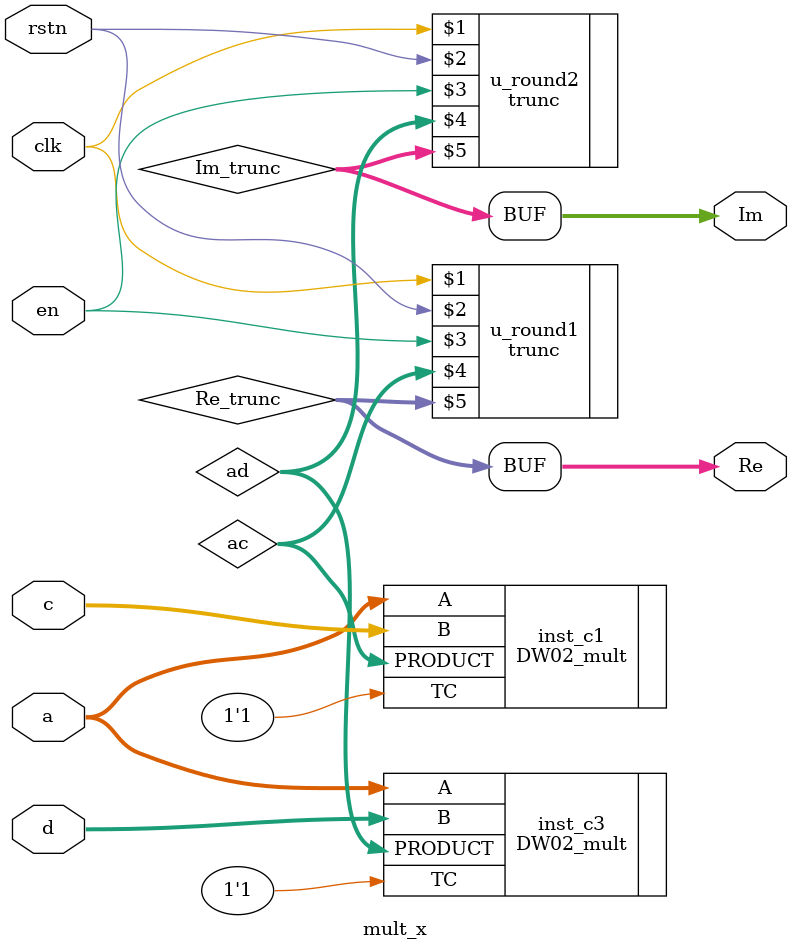
<source format=v>
module mult_x #(
 parameter    integer    A_width = 8
,parameter    integer    C_width = 8
,parameter    integer    D_width = 8
,parameter    integer    o_width = 31//division

)

(
            clk,
            rstn,
            en,
            a,
	    c,
	    d,
	    Re,
	    Im
);

input       rstn;
input       clk;
input       en;
input       signed  [A_width-1        :0]	a;
input       signed  [C_width-1        :0]	c;
input       signed  [D_width-1        :0]	d;

output      signed  [o_width-1        :0]	Re;
output      signed  [o_width-1        :0]	Im;

wire	    signed  [A_width+C_width-1:0]	ac;
wire	    signed  [A_width+D_width-1:0]	ad;
wire        signed  [o_width-1        :0]	Re_trunc;
wire        signed  [o_width-1        :0]	Im_trunc;



DW02_mult	#(A_width,C_width) inst_c1(	.A		(a		),
						.B		(c		),
						.TC		(1'b1		),
						.PRODUCT	(ac		)
				);

DW02_mult	#(A_width,D_width) inst_c3(	.A		(a		),
						.B		(d		),
						.TC		(1'b1		),
						.PRODUCT	(ad		)
				);



trunc #(
	 .diw	(A_width+C_width		)
	,.msb	(A_width+C_width-2		)
	,.lsb	(A_width+C_width-o_width-1 	)
) u_round1 (clk, rstn, en, ac, Re_trunc);
trunc #(
	 .diw	(A_width+D_width		)
	,.msb	(A_width+D_width-2		)
	,.lsb	(A_width+D_width-o_width-1	)
) u_round2 (clk, rstn, en, ad, Im_trunc);

// Since this is complex multiplication, the output bit width needs to be increased by one compared to the input.
assign	Re = Re_trunc;
assign	Im = Im_trunc;

endmodule

</source>
